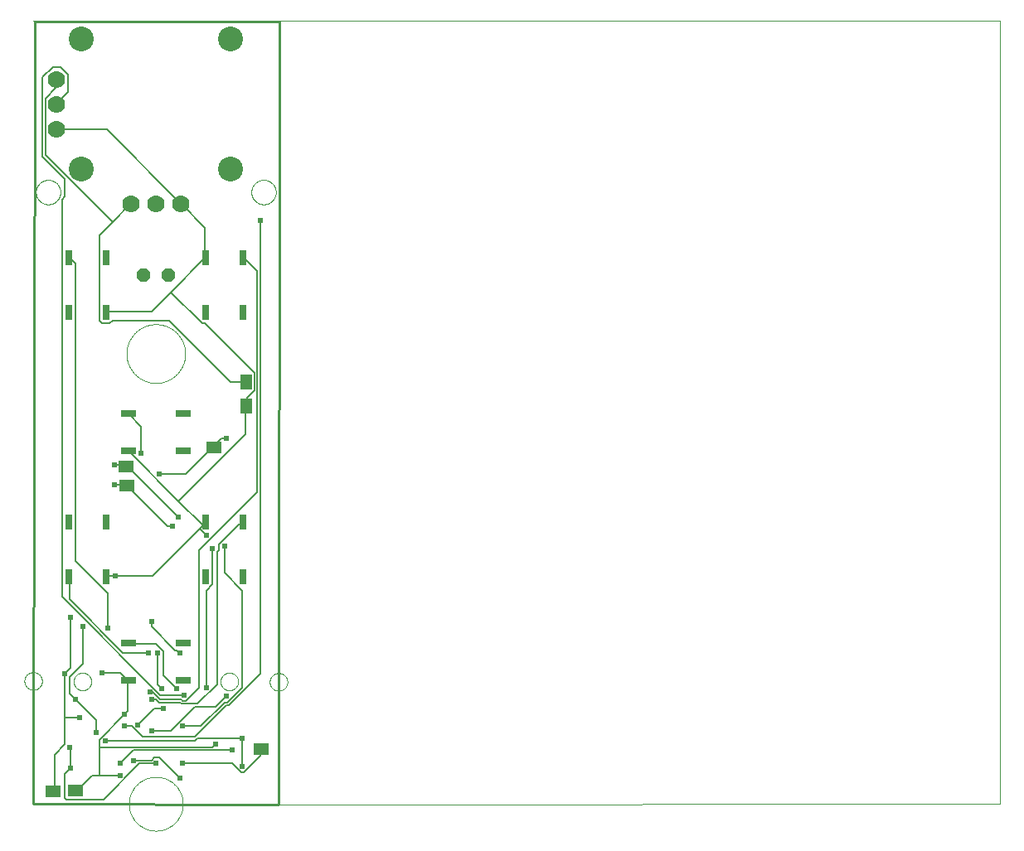
<source format=gtl>
G75*
%MOIN*%
%OFA0B0*%
%FSLAX25Y25*%
%IPPOS*%
%LPD*%
%AMOC8*
5,1,8,0,0,1.08239X$1,22.5*
%
%ADD10C,0.00000*%
%ADD11C,0.01000*%
%ADD12R,0.06000X0.05000*%
%ADD13R,0.03000X0.06000*%
%ADD14R,0.06000X0.03000*%
%ADD15OC8,0.05200*%
%ADD16R,0.05000X0.06000*%
%ADD17C,0.10000*%
%ADD18C,0.07000*%
%ADD19C,0.00600*%
%ADD20C,0.02400*%
D10*
X0049117Y0011927D02*
X0049120Y0012193D01*
X0049130Y0012458D01*
X0049146Y0012723D01*
X0049169Y0012988D01*
X0049198Y0013252D01*
X0049234Y0013516D01*
X0049276Y0013778D01*
X0049325Y0014039D01*
X0049380Y0014299D01*
X0049441Y0014558D01*
X0049509Y0014815D01*
X0049583Y0015070D01*
X0049663Y0015323D01*
X0049750Y0015575D01*
X0049842Y0015824D01*
X0049941Y0016070D01*
X0050046Y0016315D01*
X0050157Y0016556D01*
X0050273Y0016795D01*
X0050395Y0017031D01*
X0050524Y0017264D01*
X0050657Y0017493D01*
X0050797Y0017719D01*
X0050942Y0017942D01*
X0051092Y0018161D01*
X0051248Y0018377D01*
X0051409Y0018588D01*
X0051575Y0018796D01*
X0051746Y0018999D01*
X0051922Y0019198D01*
X0052103Y0019393D01*
X0052288Y0019583D01*
X0052478Y0019768D01*
X0052673Y0019949D01*
X0052872Y0020125D01*
X0053075Y0020296D01*
X0053283Y0020462D01*
X0053494Y0020623D01*
X0053710Y0020779D01*
X0053929Y0020929D01*
X0054152Y0021074D01*
X0054378Y0021214D01*
X0054607Y0021347D01*
X0054840Y0021476D01*
X0055076Y0021598D01*
X0055315Y0021714D01*
X0055556Y0021825D01*
X0055801Y0021930D01*
X0056047Y0022029D01*
X0056296Y0022121D01*
X0056548Y0022208D01*
X0056801Y0022288D01*
X0057056Y0022362D01*
X0057313Y0022430D01*
X0057572Y0022491D01*
X0057832Y0022546D01*
X0058093Y0022595D01*
X0058355Y0022637D01*
X0058619Y0022673D01*
X0058883Y0022702D01*
X0059148Y0022725D01*
X0059413Y0022741D01*
X0059678Y0022751D01*
X0059944Y0022754D01*
X0060210Y0022751D01*
X0060475Y0022741D01*
X0060740Y0022725D01*
X0061005Y0022702D01*
X0061269Y0022673D01*
X0061533Y0022637D01*
X0061795Y0022595D01*
X0062056Y0022546D01*
X0062316Y0022491D01*
X0062575Y0022430D01*
X0062832Y0022362D01*
X0063087Y0022288D01*
X0063340Y0022208D01*
X0063592Y0022121D01*
X0063841Y0022029D01*
X0064087Y0021930D01*
X0064332Y0021825D01*
X0064573Y0021714D01*
X0064812Y0021598D01*
X0065048Y0021476D01*
X0065281Y0021347D01*
X0065510Y0021214D01*
X0065736Y0021074D01*
X0065959Y0020929D01*
X0066178Y0020779D01*
X0066394Y0020623D01*
X0066605Y0020462D01*
X0066813Y0020296D01*
X0067016Y0020125D01*
X0067215Y0019949D01*
X0067410Y0019768D01*
X0067600Y0019583D01*
X0067785Y0019393D01*
X0067966Y0019198D01*
X0068142Y0018999D01*
X0068313Y0018796D01*
X0068479Y0018588D01*
X0068640Y0018377D01*
X0068796Y0018161D01*
X0068946Y0017942D01*
X0069091Y0017719D01*
X0069231Y0017493D01*
X0069364Y0017264D01*
X0069493Y0017031D01*
X0069615Y0016795D01*
X0069731Y0016556D01*
X0069842Y0016315D01*
X0069947Y0016070D01*
X0070046Y0015824D01*
X0070138Y0015575D01*
X0070225Y0015323D01*
X0070305Y0015070D01*
X0070379Y0014815D01*
X0070447Y0014558D01*
X0070508Y0014299D01*
X0070563Y0014039D01*
X0070612Y0013778D01*
X0070654Y0013516D01*
X0070690Y0013252D01*
X0070719Y0012988D01*
X0070742Y0012723D01*
X0070758Y0012458D01*
X0070768Y0012193D01*
X0070771Y0011927D01*
X0070768Y0011661D01*
X0070758Y0011396D01*
X0070742Y0011131D01*
X0070719Y0010866D01*
X0070690Y0010602D01*
X0070654Y0010338D01*
X0070612Y0010076D01*
X0070563Y0009815D01*
X0070508Y0009555D01*
X0070447Y0009296D01*
X0070379Y0009039D01*
X0070305Y0008784D01*
X0070225Y0008531D01*
X0070138Y0008279D01*
X0070046Y0008030D01*
X0069947Y0007784D01*
X0069842Y0007539D01*
X0069731Y0007298D01*
X0069615Y0007059D01*
X0069493Y0006823D01*
X0069364Y0006590D01*
X0069231Y0006361D01*
X0069091Y0006135D01*
X0068946Y0005912D01*
X0068796Y0005693D01*
X0068640Y0005477D01*
X0068479Y0005266D01*
X0068313Y0005058D01*
X0068142Y0004855D01*
X0067966Y0004656D01*
X0067785Y0004461D01*
X0067600Y0004271D01*
X0067410Y0004086D01*
X0067215Y0003905D01*
X0067016Y0003729D01*
X0066813Y0003558D01*
X0066605Y0003392D01*
X0066394Y0003231D01*
X0066178Y0003075D01*
X0065959Y0002925D01*
X0065736Y0002780D01*
X0065510Y0002640D01*
X0065281Y0002507D01*
X0065048Y0002378D01*
X0064812Y0002256D01*
X0064573Y0002140D01*
X0064332Y0002029D01*
X0064087Y0001924D01*
X0063841Y0001825D01*
X0063592Y0001733D01*
X0063340Y0001646D01*
X0063087Y0001566D01*
X0062832Y0001492D01*
X0062575Y0001424D01*
X0062316Y0001363D01*
X0062056Y0001308D01*
X0061795Y0001259D01*
X0061533Y0001217D01*
X0061269Y0001181D01*
X0061005Y0001152D01*
X0060740Y0001129D01*
X0060475Y0001113D01*
X0060210Y0001103D01*
X0059944Y0001100D01*
X0059678Y0001103D01*
X0059413Y0001113D01*
X0059148Y0001129D01*
X0058883Y0001152D01*
X0058619Y0001181D01*
X0058355Y0001217D01*
X0058093Y0001259D01*
X0057832Y0001308D01*
X0057572Y0001363D01*
X0057313Y0001424D01*
X0057056Y0001492D01*
X0056801Y0001566D01*
X0056548Y0001646D01*
X0056296Y0001733D01*
X0056047Y0001825D01*
X0055801Y0001924D01*
X0055556Y0002029D01*
X0055315Y0002140D01*
X0055076Y0002256D01*
X0054840Y0002378D01*
X0054607Y0002507D01*
X0054378Y0002640D01*
X0054152Y0002780D01*
X0053929Y0002925D01*
X0053710Y0003075D01*
X0053494Y0003231D01*
X0053283Y0003392D01*
X0053075Y0003558D01*
X0052872Y0003729D01*
X0052673Y0003905D01*
X0052478Y0004086D01*
X0052288Y0004271D01*
X0052103Y0004461D01*
X0051922Y0004656D01*
X0051746Y0004855D01*
X0051575Y0005058D01*
X0051409Y0005266D01*
X0051248Y0005477D01*
X0051092Y0005693D01*
X0050942Y0005912D01*
X0050797Y0006135D01*
X0050657Y0006361D01*
X0050524Y0006590D01*
X0050395Y0006823D01*
X0050273Y0007059D01*
X0050157Y0007298D01*
X0050046Y0007539D01*
X0049941Y0007784D01*
X0049842Y0008030D01*
X0049750Y0008279D01*
X0049663Y0008531D01*
X0049583Y0008784D01*
X0049509Y0009039D01*
X0049441Y0009296D01*
X0049380Y0009555D01*
X0049325Y0009815D01*
X0049276Y0010076D01*
X0049234Y0010338D01*
X0049198Y0010602D01*
X0049169Y0010866D01*
X0049146Y0011131D01*
X0049130Y0011396D01*
X0049120Y0011661D01*
X0049117Y0011927D01*
X0026874Y0061139D02*
X0026876Y0061257D01*
X0026882Y0061376D01*
X0026892Y0061494D01*
X0026906Y0061611D01*
X0026923Y0061728D01*
X0026945Y0061845D01*
X0026971Y0061960D01*
X0027000Y0062075D01*
X0027033Y0062189D01*
X0027070Y0062301D01*
X0027111Y0062412D01*
X0027155Y0062522D01*
X0027203Y0062630D01*
X0027255Y0062737D01*
X0027310Y0062842D01*
X0027369Y0062945D01*
X0027431Y0063045D01*
X0027496Y0063144D01*
X0027565Y0063241D01*
X0027636Y0063335D01*
X0027711Y0063426D01*
X0027789Y0063516D01*
X0027870Y0063602D01*
X0027954Y0063686D01*
X0028040Y0063767D01*
X0028130Y0063845D01*
X0028221Y0063920D01*
X0028315Y0063991D01*
X0028412Y0064060D01*
X0028511Y0064125D01*
X0028611Y0064187D01*
X0028714Y0064246D01*
X0028819Y0064301D01*
X0028926Y0064353D01*
X0029034Y0064401D01*
X0029144Y0064445D01*
X0029255Y0064486D01*
X0029367Y0064523D01*
X0029481Y0064556D01*
X0029596Y0064585D01*
X0029711Y0064611D01*
X0029828Y0064633D01*
X0029945Y0064650D01*
X0030062Y0064664D01*
X0030180Y0064674D01*
X0030299Y0064680D01*
X0030417Y0064682D01*
X0030535Y0064680D01*
X0030654Y0064674D01*
X0030772Y0064664D01*
X0030889Y0064650D01*
X0031006Y0064633D01*
X0031123Y0064611D01*
X0031238Y0064585D01*
X0031353Y0064556D01*
X0031467Y0064523D01*
X0031579Y0064486D01*
X0031690Y0064445D01*
X0031800Y0064401D01*
X0031908Y0064353D01*
X0032015Y0064301D01*
X0032120Y0064246D01*
X0032223Y0064187D01*
X0032323Y0064125D01*
X0032422Y0064060D01*
X0032519Y0063991D01*
X0032613Y0063920D01*
X0032704Y0063845D01*
X0032794Y0063767D01*
X0032880Y0063686D01*
X0032964Y0063602D01*
X0033045Y0063516D01*
X0033123Y0063426D01*
X0033198Y0063335D01*
X0033269Y0063241D01*
X0033338Y0063144D01*
X0033403Y0063045D01*
X0033465Y0062945D01*
X0033524Y0062842D01*
X0033579Y0062737D01*
X0033631Y0062630D01*
X0033679Y0062522D01*
X0033723Y0062412D01*
X0033764Y0062301D01*
X0033801Y0062189D01*
X0033834Y0062075D01*
X0033863Y0061960D01*
X0033889Y0061845D01*
X0033911Y0061728D01*
X0033928Y0061611D01*
X0033942Y0061494D01*
X0033952Y0061376D01*
X0033958Y0061257D01*
X0033960Y0061139D01*
X0033958Y0061021D01*
X0033952Y0060902D01*
X0033942Y0060784D01*
X0033928Y0060667D01*
X0033911Y0060550D01*
X0033889Y0060433D01*
X0033863Y0060318D01*
X0033834Y0060203D01*
X0033801Y0060089D01*
X0033764Y0059977D01*
X0033723Y0059866D01*
X0033679Y0059756D01*
X0033631Y0059648D01*
X0033579Y0059541D01*
X0033524Y0059436D01*
X0033465Y0059333D01*
X0033403Y0059233D01*
X0033338Y0059134D01*
X0033269Y0059037D01*
X0033198Y0058943D01*
X0033123Y0058852D01*
X0033045Y0058762D01*
X0032964Y0058676D01*
X0032880Y0058592D01*
X0032794Y0058511D01*
X0032704Y0058433D01*
X0032613Y0058358D01*
X0032519Y0058287D01*
X0032422Y0058218D01*
X0032323Y0058153D01*
X0032223Y0058091D01*
X0032120Y0058032D01*
X0032015Y0057977D01*
X0031908Y0057925D01*
X0031800Y0057877D01*
X0031690Y0057833D01*
X0031579Y0057792D01*
X0031467Y0057755D01*
X0031353Y0057722D01*
X0031238Y0057693D01*
X0031123Y0057667D01*
X0031006Y0057645D01*
X0030889Y0057628D01*
X0030772Y0057614D01*
X0030654Y0057604D01*
X0030535Y0057598D01*
X0030417Y0057596D01*
X0030299Y0057598D01*
X0030180Y0057604D01*
X0030062Y0057614D01*
X0029945Y0057628D01*
X0029828Y0057645D01*
X0029711Y0057667D01*
X0029596Y0057693D01*
X0029481Y0057722D01*
X0029367Y0057755D01*
X0029255Y0057792D01*
X0029144Y0057833D01*
X0029034Y0057877D01*
X0028926Y0057925D01*
X0028819Y0057977D01*
X0028714Y0058032D01*
X0028611Y0058091D01*
X0028511Y0058153D01*
X0028412Y0058218D01*
X0028315Y0058287D01*
X0028221Y0058358D01*
X0028130Y0058433D01*
X0028040Y0058511D01*
X0027954Y0058592D01*
X0027870Y0058676D01*
X0027789Y0058762D01*
X0027711Y0058852D01*
X0027636Y0058943D01*
X0027565Y0059037D01*
X0027496Y0059134D01*
X0027431Y0059233D01*
X0027369Y0059333D01*
X0027310Y0059436D01*
X0027255Y0059541D01*
X0027203Y0059648D01*
X0027155Y0059756D01*
X0027111Y0059866D01*
X0027070Y0059977D01*
X0027033Y0060089D01*
X0027000Y0060203D01*
X0026971Y0060318D01*
X0026945Y0060433D01*
X0026923Y0060550D01*
X0026906Y0060667D01*
X0026892Y0060784D01*
X0026882Y0060902D01*
X0026876Y0061021D01*
X0026874Y0061139D01*
X0007081Y0061321D02*
X0007083Y0061439D01*
X0007089Y0061558D01*
X0007099Y0061676D01*
X0007113Y0061793D01*
X0007130Y0061910D01*
X0007152Y0062027D01*
X0007178Y0062142D01*
X0007207Y0062257D01*
X0007240Y0062371D01*
X0007277Y0062483D01*
X0007318Y0062594D01*
X0007362Y0062704D01*
X0007410Y0062812D01*
X0007462Y0062919D01*
X0007517Y0063024D01*
X0007576Y0063127D01*
X0007638Y0063227D01*
X0007703Y0063326D01*
X0007772Y0063423D01*
X0007843Y0063517D01*
X0007918Y0063608D01*
X0007996Y0063698D01*
X0008077Y0063784D01*
X0008161Y0063868D01*
X0008247Y0063949D01*
X0008337Y0064027D01*
X0008428Y0064102D01*
X0008522Y0064173D01*
X0008619Y0064242D01*
X0008718Y0064307D01*
X0008818Y0064369D01*
X0008921Y0064428D01*
X0009026Y0064483D01*
X0009133Y0064535D01*
X0009241Y0064583D01*
X0009351Y0064627D01*
X0009462Y0064668D01*
X0009574Y0064705D01*
X0009688Y0064738D01*
X0009803Y0064767D01*
X0009918Y0064793D01*
X0010035Y0064815D01*
X0010152Y0064832D01*
X0010269Y0064846D01*
X0010387Y0064856D01*
X0010506Y0064862D01*
X0010624Y0064864D01*
X0010742Y0064862D01*
X0010861Y0064856D01*
X0010979Y0064846D01*
X0011096Y0064832D01*
X0011213Y0064815D01*
X0011330Y0064793D01*
X0011445Y0064767D01*
X0011560Y0064738D01*
X0011674Y0064705D01*
X0011786Y0064668D01*
X0011897Y0064627D01*
X0012007Y0064583D01*
X0012115Y0064535D01*
X0012222Y0064483D01*
X0012327Y0064428D01*
X0012430Y0064369D01*
X0012530Y0064307D01*
X0012629Y0064242D01*
X0012726Y0064173D01*
X0012820Y0064102D01*
X0012911Y0064027D01*
X0013001Y0063949D01*
X0013087Y0063868D01*
X0013171Y0063784D01*
X0013252Y0063698D01*
X0013330Y0063608D01*
X0013405Y0063517D01*
X0013476Y0063423D01*
X0013545Y0063326D01*
X0013610Y0063227D01*
X0013672Y0063127D01*
X0013731Y0063024D01*
X0013786Y0062919D01*
X0013838Y0062812D01*
X0013886Y0062704D01*
X0013930Y0062594D01*
X0013971Y0062483D01*
X0014008Y0062371D01*
X0014041Y0062257D01*
X0014070Y0062142D01*
X0014096Y0062027D01*
X0014118Y0061910D01*
X0014135Y0061793D01*
X0014149Y0061676D01*
X0014159Y0061558D01*
X0014165Y0061439D01*
X0014167Y0061321D01*
X0014165Y0061203D01*
X0014159Y0061084D01*
X0014149Y0060966D01*
X0014135Y0060849D01*
X0014118Y0060732D01*
X0014096Y0060615D01*
X0014070Y0060500D01*
X0014041Y0060385D01*
X0014008Y0060271D01*
X0013971Y0060159D01*
X0013930Y0060048D01*
X0013886Y0059938D01*
X0013838Y0059830D01*
X0013786Y0059723D01*
X0013731Y0059618D01*
X0013672Y0059515D01*
X0013610Y0059415D01*
X0013545Y0059316D01*
X0013476Y0059219D01*
X0013405Y0059125D01*
X0013330Y0059034D01*
X0013252Y0058944D01*
X0013171Y0058858D01*
X0013087Y0058774D01*
X0013001Y0058693D01*
X0012911Y0058615D01*
X0012820Y0058540D01*
X0012726Y0058469D01*
X0012629Y0058400D01*
X0012530Y0058335D01*
X0012430Y0058273D01*
X0012327Y0058214D01*
X0012222Y0058159D01*
X0012115Y0058107D01*
X0012007Y0058059D01*
X0011897Y0058015D01*
X0011786Y0057974D01*
X0011674Y0057937D01*
X0011560Y0057904D01*
X0011445Y0057875D01*
X0011330Y0057849D01*
X0011213Y0057827D01*
X0011096Y0057810D01*
X0010979Y0057796D01*
X0010861Y0057786D01*
X0010742Y0057780D01*
X0010624Y0057778D01*
X0010506Y0057780D01*
X0010387Y0057786D01*
X0010269Y0057796D01*
X0010152Y0057810D01*
X0010035Y0057827D01*
X0009918Y0057849D01*
X0009803Y0057875D01*
X0009688Y0057904D01*
X0009574Y0057937D01*
X0009462Y0057974D01*
X0009351Y0058015D01*
X0009241Y0058059D01*
X0009133Y0058107D01*
X0009026Y0058159D01*
X0008921Y0058214D01*
X0008818Y0058273D01*
X0008718Y0058335D01*
X0008619Y0058400D01*
X0008522Y0058469D01*
X0008428Y0058540D01*
X0008337Y0058615D01*
X0008247Y0058693D01*
X0008161Y0058774D01*
X0008077Y0058858D01*
X0007996Y0058944D01*
X0007918Y0059034D01*
X0007843Y0059125D01*
X0007772Y0059219D01*
X0007703Y0059316D01*
X0007638Y0059415D01*
X0007576Y0059515D01*
X0007517Y0059618D01*
X0007462Y0059723D01*
X0007410Y0059830D01*
X0007362Y0059938D01*
X0007318Y0060048D01*
X0007277Y0060159D01*
X0007240Y0060271D01*
X0007207Y0060385D01*
X0007178Y0060500D01*
X0007152Y0060615D01*
X0007130Y0060732D01*
X0007113Y0060849D01*
X0007099Y0060966D01*
X0007089Y0061084D01*
X0007083Y0061203D01*
X0007081Y0061321D01*
X0085929Y0061139D02*
X0085931Y0061257D01*
X0085937Y0061376D01*
X0085947Y0061494D01*
X0085961Y0061611D01*
X0085978Y0061728D01*
X0086000Y0061845D01*
X0086026Y0061960D01*
X0086055Y0062075D01*
X0086088Y0062189D01*
X0086125Y0062301D01*
X0086166Y0062412D01*
X0086210Y0062522D01*
X0086258Y0062630D01*
X0086310Y0062737D01*
X0086365Y0062842D01*
X0086424Y0062945D01*
X0086486Y0063045D01*
X0086551Y0063144D01*
X0086620Y0063241D01*
X0086691Y0063335D01*
X0086766Y0063426D01*
X0086844Y0063516D01*
X0086925Y0063602D01*
X0087009Y0063686D01*
X0087095Y0063767D01*
X0087185Y0063845D01*
X0087276Y0063920D01*
X0087370Y0063991D01*
X0087467Y0064060D01*
X0087566Y0064125D01*
X0087666Y0064187D01*
X0087769Y0064246D01*
X0087874Y0064301D01*
X0087981Y0064353D01*
X0088089Y0064401D01*
X0088199Y0064445D01*
X0088310Y0064486D01*
X0088422Y0064523D01*
X0088536Y0064556D01*
X0088651Y0064585D01*
X0088766Y0064611D01*
X0088883Y0064633D01*
X0089000Y0064650D01*
X0089117Y0064664D01*
X0089235Y0064674D01*
X0089354Y0064680D01*
X0089472Y0064682D01*
X0089590Y0064680D01*
X0089709Y0064674D01*
X0089827Y0064664D01*
X0089944Y0064650D01*
X0090061Y0064633D01*
X0090178Y0064611D01*
X0090293Y0064585D01*
X0090408Y0064556D01*
X0090522Y0064523D01*
X0090634Y0064486D01*
X0090745Y0064445D01*
X0090855Y0064401D01*
X0090963Y0064353D01*
X0091070Y0064301D01*
X0091175Y0064246D01*
X0091278Y0064187D01*
X0091378Y0064125D01*
X0091477Y0064060D01*
X0091574Y0063991D01*
X0091668Y0063920D01*
X0091759Y0063845D01*
X0091849Y0063767D01*
X0091935Y0063686D01*
X0092019Y0063602D01*
X0092100Y0063516D01*
X0092178Y0063426D01*
X0092253Y0063335D01*
X0092324Y0063241D01*
X0092393Y0063144D01*
X0092458Y0063045D01*
X0092520Y0062945D01*
X0092579Y0062842D01*
X0092634Y0062737D01*
X0092686Y0062630D01*
X0092734Y0062522D01*
X0092778Y0062412D01*
X0092819Y0062301D01*
X0092856Y0062189D01*
X0092889Y0062075D01*
X0092918Y0061960D01*
X0092944Y0061845D01*
X0092966Y0061728D01*
X0092983Y0061611D01*
X0092997Y0061494D01*
X0093007Y0061376D01*
X0093013Y0061257D01*
X0093015Y0061139D01*
X0093013Y0061021D01*
X0093007Y0060902D01*
X0092997Y0060784D01*
X0092983Y0060667D01*
X0092966Y0060550D01*
X0092944Y0060433D01*
X0092918Y0060318D01*
X0092889Y0060203D01*
X0092856Y0060089D01*
X0092819Y0059977D01*
X0092778Y0059866D01*
X0092734Y0059756D01*
X0092686Y0059648D01*
X0092634Y0059541D01*
X0092579Y0059436D01*
X0092520Y0059333D01*
X0092458Y0059233D01*
X0092393Y0059134D01*
X0092324Y0059037D01*
X0092253Y0058943D01*
X0092178Y0058852D01*
X0092100Y0058762D01*
X0092019Y0058676D01*
X0091935Y0058592D01*
X0091849Y0058511D01*
X0091759Y0058433D01*
X0091668Y0058358D01*
X0091574Y0058287D01*
X0091477Y0058218D01*
X0091378Y0058153D01*
X0091278Y0058091D01*
X0091175Y0058032D01*
X0091070Y0057977D01*
X0090963Y0057925D01*
X0090855Y0057877D01*
X0090745Y0057833D01*
X0090634Y0057792D01*
X0090522Y0057755D01*
X0090408Y0057722D01*
X0090293Y0057693D01*
X0090178Y0057667D01*
X0090061Y0057645D01*
X0089944Y0057628D01*
X0089827Y0057614D01*
X0089709Y0057604D01*
X0089590Y0057598D01*
X0089472Y0057596D01*
X0089354Y0057598D01*
X0089235Y0057604D01*
X0089117Y0057614D01*
X0089000Y0057628D01*
X0088883Y0057645D01*
X0088766Y0057667D01*
X0088651Y0057693D01*
X0088536Y0057722D01*
X0088422Y0057755D01*
X0088310Y0057792D01*
X0088199Y0057833D01*
X0088089Y0057877D01*
X0087981Y0057925D01*
X0087874Y0057977D01*
X0087769Y0058032D01*
X0087666Y0058091D01*
X0087566Y0058153D01*
X0087467Y0058218D01*
X0087370Y0058287D01*
X0087276Y0058358D01*
X0087185Y0058433D01*
X0087095Y0058511D01*
X0087009Y0058592D01*
X0086925Y0058676D01*
X0086844Y0058762D01*
X0086766Y0058852D01*
X0086691Y0058943D01*
X0086620Y0059037D01*
X0086551Y0059134D01*
X0086486Y0059233D01*
X0086424Y0059333D01*
X0086365Y0059436D01*
X0086310Y0059541D01*
X0086258Y0059648D01*
X0086210Y0059756D01*
X0086166Y0059866D01*
X0086125Y0059977D01*
X0086088Y0060089D01*
X0086055Y0060203D01*
X0086026Y0060318D01*
X0086000Y0060433D01*
X0085978Y0060550D01*
X0085961Y0060667D01*
X0085947Y0060784D01*
X0085937Y0060902D01*
X0085931Y0061021D01*
X0085929Y0061139D01*
X0105721Y0060958D02*
X0105723Y0061076D01*
X0105729Y0061195D01*
X0105739Y0061313D01*
X0105753Y0061430D01*
X0105770Y0061547D01*
X0105792Y0061664D01*
X0105818Y0061779D01*
X0105847Y0061894D01*
X0105880Y0062008D01*
X0105917Y0062120D01*
X0105958Y0062231D01*
X0106002Y0062341D01*
X0106050Y0062449D01*
X0106102Y0062556D01*
X0106157Y0062661D01*
X0106216Y0062764D01*
X0106278Y0062864D01*
X0106343Y0062963D01*
X0106412Y0063060D01*
X0106483Y0063154D01*
X0106558Y0063245D01*
X0106636Y0063335D01*
X0106717Y0063421D01*
X0106801Y0063505D01*
X0106887Y0063586D01*
X0106977Y0063664D01*
X0107068Y0063739D01*
X0107162Y0063810D01*
X0107259Y0063879D01*
X0107358Y0063944D01*
X0107458Y0064006D01*
X0107561Y0064065D01*
X0107666Y0064120D01*
X0107773Y0064172D01*
X0107881Y0064220D01*
X0107991Y0064264D01*
X0108102Y0064305D01*
X0108214Y0064342D01*
X0108328Y0064375D01*
X0108443Y0064404D01*
X0108558Y0064430D01*
X0108675Y0064452D01*
X0108792Y0064469D01*
X0108909Y0064483D01*
X0109027Y0064493D01*
X0109146Y0064499D01*
X0109264Y0064501D01*
X0109382Y0064499D01*
X0109501Y0064493D01*
X0109619Y0064483D01*
X0109736Y0064469D01*
X0109853Y0064452D01*
X0109970Y0064430D01*
X0110085Y0064404D01*
X0110200Y0064375D01*
X0110314Y0064342D01*
X0110426Y0064305D01*
X0110537Y0064264D01*
X0110647Y0064220D01*
X0110755Y0064172D01*
X0110862Y0064120D01*
X0110967Y0064065D01*
X0111070Y0064006D01*
X0111170Y0063944D01*
X0111269Y0063879D01*
X0111366Y0063810D01*
X0111460Y0063739D01*
X0111551Y0063664D01*
X0111641Y0063586D01*
X0111727Y0063505D01*
X0111811Y0063421D01*
X0111892Y0063335D01*
X0111970Y0063245D01*
X0112045Y0063154D01*
X0112116Y0063060D01*
X0112185Y0062963D01*
X0112250Y0062864D01*
X0112312Y0062764D01*
X0112371Y0062661D01*
X0112426Y0062556D01*
X0112478Y0062449D01*
X0112526Y0062341D01*
X0112570Y0062231D01*
X0112611Y0062120D01*
X0112648Y0062008D01*
X0112681Y0061894D01*
X0112710Y0061779D01*
X0112736Y0061664D01*
X0112758Y0061547D01*
X0112775Y0061430D01*
X0112789Y0061313D01*
X0112799Y0061195D01*
X0112805Y0061076D01*
X0112807Y0060958D01*
X0112805Y0060840D01*
X0112799Y0060721D01*
X0112789Y0060603D01*
X0112775Y0060486D01*
X0112758Y0060369D01*
X0112736Y0060252D01*
X0112710Y0060137D01*
X0112681Y0060022D01*
X0112648Y0059908D01*
X0112611Y0059796D01*
X0112570Y0059685D01*
X0112526Y0059575D01*
X0112478Y0059467D01*
X0112426Y0059360D01*
X0112371Y0059255D01*
X0112312Y0059152D01*
X0112250Y0059052D01*
X0112185Y0058953D01*
X0112116Y0058856D01*
X0112045Y0058762D01*
X0111970Y0058671D01*
X0111892Y0058581D01*
X0111811Y0058495D01*
X0111727Y0058411D01*
X0111641Y0058330D01*
X0111551Y0058252D01*
X0111460Y0058177D01*
X0111366Y0058106D01*
X0111269Y0058037D01*
X0111170Y0057972D01*
X0111070Y0057910D01*
X0110967Y0057851D01*
X0110862Y0057796D01*
X0110755Y0057744D01*
X0110647Y0057696D01*
X0110537Y0057652D01*
X0110426Y0057611D01*
X0110314Y0057574D01*
X0110200Y0057541D01*
X0110085Y0057512D01*
X0109970Y0057486D01*
X0109853Y0057464D01*
X0109736Y0057447D01*
X0109619Y0057433D01*
X0109501Y0057423D01*
X0109382Y0057417D01*
X0109264Y0057415D01*
X0109146Y0057417D01*
X0109027Y0057423D01*
X0108909Y0057433D01*
X0108792Y0057447D01*
X0108675Y0057464D01*
X0108558Y0057486D01*
X0108443Y0057512D01*
X0108328Y0057541D01*
X0108214Y0057574D01*
X0108102Y0057611D01*
X0107991Y0057652D01*
X0107881Y0057696D01*
X0107773Y0057744D01*
X0107666Y0057796D01*
X0107561Y0057851D01*
X0107458Y0057910D01*
X0107358Y0057972D01*
X0107259Y0058037D01*
X0107162Y0058106D01*
X0107068Y0058177D01*
X0106977Y0058252D01*
X0106887Y0058330D01*
X0106801Y0058411D01*
X0106717Y0058495D01*
X0106636Y0058581D01*
X0106558Y0058671D01*
X0106483Y0058762D01*
X0106412Y0058856D01*
X0106343Y0058953D01*
X0106278Y0059052D01*
X0106216Y0059152D01*
X0106157Y0059255D01*
X0106102Y0059360D01*
X0106050Y0059467D01*
X0106002Y0059575D01*
X0105958Y0059685D01*
X0105917Y0059796D01*
X0105880Y0059908D01*
X0105847Y0060022D01*
X0105818Y0060137D01*
X0105792Y0060252D01*
X0105770Y0060369D01*
X0105753Y0060486D01*
X0105739Y0060603D01*
X0105729Y0060721D01*
X0105723Y0060840D01*
X0105721Y0060958D01*
X0109159Y0011688D02*
X0399226Y0011927D01*
X0399226Y0326887D01*
X0010525Y0326887D01*
X0011118Y0326690D01*
X0011716Y0257990D02*
X0011718Y0258130D01*
X0011724Y0258270D01*
X0011734Y0258409D01*
X0011748Y0258548D01*
X0011766Y0258687D01*
X0011787Y0258825D01*
X0011813Y0258963D01*
X0011843Y0259100D01*
X0011876Y0259235D01*
X0011914Y0259370D01*
X0011955Y0259504D01*
X0012000Y0259637D01*
X0012048Y0259768D01*
X0012101Y0259897D01*
X0012157Y0260026D01*
X0012216Y0260152D01*
X0012280Y0260277D01*
X0012346Y0260400D01*
X0012417Y0260521D01*
X0012490Y0260640D01*
X0012567Y0260757D01*
X0012648Y0260871D01*
X0012731Y0260983D01*
X0012818Y0261093D01*
X0012908Y0261201D01*
X0013000Y0261305D01*
X0013096Y0261407D01*
X0013195Y0261507D01*
X0013296Y0261603D01*
X0013400Y0261697D01*
X0013507Y0261787D01*
X0013616Y0261874D01*
X0013728Y0261959D01*
X0013842Y0262040D01*
X0013958Y0262118D01*
X0014076Y0262192D01*
X0014197Y0262263D01*
X0014319Y0262331D01*
X0014444Y0262395D01*
X0014570Y0262456D01*
X0014697Y0262513D01*
X0014827Y0262566D01*
X0014958Y0262616D01*
X0015090Y0262661D01*
X0015223Y0262704D01*
X0015358Y0262742D01*
X0015493Y0262776D01*
X0015630Y0262807D01*
X0015767Y0262834D01*
X0015905Y0262856D01*
X0016044Y0262875D01*
X0016183Y0262890D01*
X0016322Y0262901D01*
X0016462Y0262908D01*
X0016602Y0262911D01*
X0016742Y0262910D01*
X0016882Y0262905D01*
X0017021Y0262896D01*
X0017161Y0262883D01*
X0017300Y0262866D01*
X0017438Y0262845D01*
X0017576Y0262821D01*
X0017713Y0262792D01*
X0017849Y0262760D01*
X0017984Y0262723D01*
X0018118Y0262683D01*
X0018251Y0262639D01*
X0018382Y0262591D01*
X0018512Y0262540D01*
X0018641Y0262485D01*
X0018768Y0262426D01*
X0018893Y0262363D01*
X0019016Y0262298D01*
X0019138Y0262228D01*
X0019257Y0262155D01*
X0019375Y0262079D01*
X0019490Y0262000D01*
X0019603Y0261917D01*
X0019713Y0261831D01*
X0019821Y0261742D01*
X0019926Y0261650D01*
X0020029Y0261555D01*
X0020129Y0261457D01*
X0020226Y0261357D01*
X0020320Y0261253D01*
X0020412Y0261147D01*
X0020500Y0261039D01*
X0020585Y0260928D01*
X0020667Y0260814D01*
X0020746Y0260698D01*
X0020821Y0260581D01*
X0020893Y0260461D01*
X0020961Y0260339D01*
X0021026Y0260215D01*
X0021088Y0260089D01*
X0021146Y0259962D01*
X0021200Y0259833D01*
X0021251Y0259702D01*
X0021297Y0259570D01*
X0021340Y0259437D01*
X0021380Y0259303D01*
X0021415Y0259168D01*
X0021447Y0259031D01*
X0021474Y0258894D01*
X0021498Y0258756D01*
X0021518Y0258618D01*
X0021534Y0258479D01*
X0021546Y0258339D01*
X0021554Y0258200D01*
X0021558Y0258060D01*
X0021558Y0257920D01*
X0021554Y0257780D01*
X0021546Y0257641D01*
X0021534Y0257501D01*
X0021518Y0257362D01*
X0021498Y0257224D01*
X0021474Y0257086D01*
X0021447Y0256949D01*
X0021415Y0256812D01*
X0021380Y0256677D01*
X0021340Y0256543D01*
X0021297Y0256410D01*
X0021251Y0256278D01*
X0021200Y0256147D01*
X0021146Y0256018D01*
X0021088Y0255891D01*
X0021026Y0255765D01*
X0020961Y0255641D01*
X0020893Y0255519D01*
X0020821Y0255399D01*
X0020746Y0255282D01*
X0020667Y0255166D01*
X0020585Y0255052D01*
X0020500Y0254941D01*
X0020412Y0254833D01*
X0020320Y0254727D01*
X0020226Y0254623D01*
X0020129Y0254523D01*
X0020029Y0254425D01*
X0019926Y0254330D01*
X0019821Y0254238D01*
X0019713Y0254149D01*
X0019603Y0254063D01*
X0019490Y0253980D01*
X0019375Y0253901D01*
X0019257Y0253825D01*
X0019138Y0253752D01*
X0019016Y0253682D01*
X0018893Y0253617D01*
X0018768Y0253554D01*
X0018641Y0253495D01*
X0018512Y0253440D01*
X0018382Y0253389D01*
X0018251Y0253341D01*
X0018118Y0253297D01*
X0017984Y0253257D01*
X0017849Y0253220D01*
X0017713Y0253188D01*
X0017576Y0253159D01*
X0017438Y0253135D01*
X0017300Y0253114D01*
X0017161Y0253097D01*
X0017021Y0253084D01*
X0016882Y0253075D01*
X0016742Y0253070D01*
X0016602Y0253069D01*
X0016462Y0253072D01*
X0016322Y0253079D01*
X0016183Y0253090D01*
X0016044Y0253105D01*
X0015905Y0253124D01*
X0015767Y0253146D01*
X0015630Y0253173D01*
X0015493Y0253204D01*
X0015358Y0253238D01*
X0015223Y0253276D01*
X0015090Y0253319D01*
X0014958Y0253364D01*
X0014827Y0253414D01*
X0014697Y0253467D01*
X0014570Y0253524D01*
X0014444Y0253585D01*
X0014319Y0253649D01*
X0014197Y0253717D01*
X0014076Y0253788D01*
X0013958Y0253862D01*
X0013842Y0253940D01*
X0013728Y0254021D01*
X0013616Y0254106D01*
X0013507Y0254193D01*
X0013400Y0254283D01*
X0013296Y0254377D01*
X0013195Y0254473D01*
X0013096Y0254573D01*
X0013000Y0254675D01*
X0012908Y0254779D01*
X0012818Y0254887D01*
X0012731Y0254997D01*
X0012648Y0255109D01*
X0012567Y0255223D01*
X0012490Y0255340D01*
X0012417Y0255459D01*
X0012346Y0255580D01*
X0012280Y0255703D01*
X0012216Y0255828D01*
X0012157Y0255954D01*
X0012101Y0256083D01*
X0012048Y0256212D01*
X0012000Y0256343D01*
X0011955Y0256476D01*
X0011914Y0256610D01*
X0011876Y0256745D01*
X0011843Y0256880D01*
X0011813Y0257017D01*
X0011787Y0257155D01*
X0011766Y0257293D01*
X0011748Y0257432D01*
X0011734Y0257571D01*
X0011724Y0257710D01*
X0011718Y0257850D01*
X0011716Y0257990D01*
X0048133Y0193029D02*
X0048137Y0193319D01*
X0048147Y0193609D01*
X0048165Y0193898D01*
X0048190Y0194187D01*
X0048222Y0194475D01*
X0048261Y0194762D01*
X0048307Y0195048D01*
X0048360Y0195333D01*
X0048420Y0195617D01*
X0048487Y0195899D01*
X0048561Y0196179D01*
X0048642Y0196458D01*
X0048729Y0196734D01*
X0048823Y0197008D01*
X0048924Y0197280D01*
X0049032Y0197549D01*
X0049146Y0197815D01*
X0049267Y0198079D01*
X0049394Y0198339D01*
X0049528Y0198597D01*
X0049667Y0198851D01*
X0049813Y0199101D01*
X0049965Y0199348D01*
X0050124Y0199591D01*
X0050288Y0199830D01*
X0050457Y0200065D01*
X0050633Y0200296D01*
X0050814Y0200522D01*
X0051001Y0200744D01*
X0051193Y0200961D01*
X0051390Y0201173D01*
X0051592Y0201381D01*
X0051800Y0201583D01*
X0052012Y0201780D01*
X0052229Y0201972D01*
X0052451Y0202159D01*
X0052677Y0202340D01*
X0052908Y0202516D01*
X0053143Y0202685D01*
X0053382Y0202849D01*
X0053625Y0203008D01*
X0053872Y0203160D01*
X0054122Y0203306D01*
X0054376Y0203445D01*
X0054634Y0203579D01*
X0054894Y0203706D01*
X0055158Y0203827D01*
X0055424Y0203941D01*
X0055693Y0204049D01*
X0055965Y0204150D01*
X0056239Y0204244D01*
X0056515Y0204331D01*
X0056794Y0204412D01*
X0057074Y0204486D01*
X0057356Y0204553D01*
X0057640Y0204613D01*
X0057925Y0204666D01*
X0058211Y0204712D01*
X0058498Y0204751D01*
X0058786Y0204783D01*
X0059075Y0204808D01*
X0059364Y0204826D01*
X0059654Y0204836D01*
X0059944Y0204840D01*
X0060234Y0204836D01*
X0060524Y0204826D01*
X0060813Y0204808D01*
X0061102Y0204783D01*
X0061390Y0204751D01*
X0061677Y0204712D01*
X0061963Y0204666D01*
X0062248Y0204613D01*
X0062532Y0204553D01*
X0062814Y0204486D01*
X0063094Y0204412D01*
X0063373Y0204331D01*
X0063649Y0204244D01*
X0063923Y0204150D01*
X0064195Y0204049D01*
X0064464Y0203941D01*
X0064730Y0203827D01*
X0064994Y0203706D01*
X0065254Y0203579D01*
X0065512Y0203445D01*
X0065766Y0203306D01*
X0066016Y0203160D01*
X0066263Y0203008D01*
X0066506Y0202849D01*
X0066745Y0202685D01*
X0066980Y0202516D01*
X0067211Y0202340D01*
X0067437Y0202159D01*
X0067659Y0201972D01*
X0067876Y0201780D01*
X0068088Y0201583D01*
X0068296Y0201381D01*
X0068498Y0201173D01*
X0068695Y0200961D01*
X0068887Y0200744D01*
X0069074Y0200522D01*
X0069255Y0200296D01*
X0069431Y0200065D01*
X0069600Y0199830D01*
X0069764Y0199591D01*
X0069923Y0199348D01*
X0070075Y0199101D01*
X0070221Y0198851D01*
X0070360Y0198597D01*
X0070494Y0198339D01*
X0070621Y0198079D01*
X0070742Y0197815D01*
X0070856Y0197549D01*
X0070964Y0197280D01*
X0071065Y0197008D01*
X0071159Y0196734D01*
X0071246Y0196458D01*
X0071327Y0196179D01*
X0071401Y0195899D01*
X0071468Y0195617D01*
X0071528Y0195333D01*
X0071581Y0195048D01*
X0071627Y0194762D01*
X0071666Y0194475D01*
X0071698Y0194187D01*
X0071723Y0193898D01*
X0071741Y0193609D01*
X0071751Y0193319D01*
X0071755Y0193029D01*
X0071751Y0192739D01*
X0071741Y0192449D01*
X0071723Y0192160D01*
X0071698Y0191871D01*
X0071666Y0191583D01*
X0071627Y0191296D01*
X0071581Y0191010D01*
X0071528Y0190725D01*
X0071468Y0190441D01*
X0071401Y0190159D01*
X0071327Y0189879D01*
X0071246Y0189600D01*
X0071159Y0189324D01*
X0071065Y0189050D01*
X0070964Y0188778D01*
X0070856Y0188509D01*
X0070742Y0188243D01*
X0070621Y0187979D01*
X0070494Y0187719D01*
X0070360Y0187461D01*
X0070221Y0187207D01*
X0070075Y0186957D01*
X0069923Y0186710D01*
X0069764Y0186467D01*
X0069600Y0186228D01*
X0069431Y0185993D01*
X0069255Y0185762D01*
X0069074Y0185536D01*
X0068887Y0185314D01*
X0068695Y0185097D01*
X0068498Y0184885D01*
X0068296Y0184677D01*
X0068088Y0184475D01*
X0067876Y0184278D01*
X0067659Y0184086D01*
X0067437Y0183899D01*
X0067211Y0183718D01*
X0066980Y0183542D01*
X0066745Y0183373D01*
X0066506Y0183209D01*
X0066263Y0183050D01*
X0066016Y0182898D01*
X0065766Y0182752D01*
X0065512Y0182613D01*
X0065254Y0182479D01*
X0064994Y0182352D01*
X0064730Y0182231D01*
X0064464Y0182117D01*
X0064195Y0182009D01*
X0063923Y0181908D01*
X0063649Y0181814D01*
X0063373Y0181727D01*
X0063094Y0181646D01*
X0062814Y0181572D01*
X0062532Y0181505D01*
X0062248Y0181445D01*
X0061963Y0181392D01*
X0061677Y0181346D01*
X0061390Y0181307D01*
X0061102Y0181275D01*
X0060813Y0181250D01*
X0060524Y0181232D01*
X0060234Y0181222D01*
X0059944Y0181218D01*
X0059654Y0181222D01*
X0059364Y0181232D01*
X0059075Y0181250D01*
X0058786Y0181275D01*
X0058498Y0181307D01*
X0058211Y0181346D01*
X0057925Y0181392D01*
X0057640Y0181445D01*
X0057356Y0181505D01*
X0057074Y0181572D01*
X0056794Y0181646D01*
X0056515Y0181727D01*
X0056239Y0181814D01*
X0055965Y0181908D01*
X0055693Y0182009D01*
X0055424Y0182117D01*
X0055158Y0182231D01*
X0054894Y0182352D01*
X0054634Y0182479D01*
X0054376Y0182613D01*
X0054122Y0182752D01*
X0053872Y0182898D01*
X0053625Y0183050D01*
X0053382Y0183209D01*
X0053143Y0183373D01*
X0052908Y0183542D01*
X0052677Y0183718D01*
X0052451Y0183899D01*
X0052229Y0184086D01*
X0052012Y0184278D01*
X0051800Y0184475D01*
X0051592Y0184677D01*
X0051390Y0184885D01*
X0051193Y0185097D01*
X0051001Y0185314D01*
X0050814Y0185536D01*
X0050633Y0185762D01*
X0050457Y0185993D01*
X0050288Y0186228D01*
X0050124Y0186467D01*
X0049965Y0186710D01*
X0049813Y0186957D01*
X0049667Y0187207D01*
X0049528Y0187461D01*
X0049394Y0187719D01*
X0049267Y0187979D01*
X0049146Y0188243D01*
X0049032Y0188509D01*
X0048924Y0188778D01*
X0048823Y0189050D01*
X0048729Y0189324D01*
X0048642Y0189600D01*
X0048561Y0189879D01*
X0048487Y0190159D01*
X0048420Y0190441D01*
X0048360Y0190725D01*
X0048307Y0191010D01*
X0048261Y0191296D01*
X0048222Y0191583D01*
X0048190Y0191871D01*
X0048165Y0192160D01*
X0048147Y0192449D01*
X0048137Y0192739D01*
X0048133Y0193029D01*
X0098330Y0257990D02*
X0098332Y0258130D01*
X0098338Y0258270D01*
X0098348Y0258409D01*
X0098362Y0258548D01*
X0098380Y0258687D01*
X0098401Y0258825D01*
X0098427Y0258963D01*
X0098457Y0259100D01*
X0098490Y0259235D01*
X0098528Y0259370D01*
X0098569Y0259504D01*
X0098614Y0259637D01*
X0098662Y0259768D01*
X0098715Y0259897D01*
X0098771Y0260026D01*
X0098830Y0260152D01*
X0098894Y0260277D01*
X0098960Y0260400D01*
X0099031Y0260521D01*
X0099104Y0260640D01*
X0099181Y0260757D01*
X0099262Y0260871D01*
X0099345Y0260983D01*
X0099432Y0261093D01*
X0099522Y0261201D01*
X0099614Y0261305D01*
X0099710Y0261407D01*
X0099809Y0261507D01*
X0099910Y0261603D01*
X0100014Y0261697D01*
X0100121Y0261787D01*
X0100230Y0261874D01*
X0100342Y0261959D01*
X0100456Y0262040D01*
X0100572Y0262118D01*
X0100690Y0262192D01*
X0100811Y0262263D01*
X0100933Y0262331D01*
X0101058Y0262395D01*
X0101184Y0262456D01*
X0101311Y0262513D01*
X0101441Y0262566D01*
X0101572Y0262616D01*
X0101704Y0262661D01*
X0101837Y0262704D01*
X0101972Y0262742D01*
X0102107Y0262776D01*
X0102244Y0262807D01*
X0102381Y0262834D01*
X0102519Y0262856D01*
X0102658Y0262875D01*
X0102797Y0262890D01*
X0102936Y0262901D01*
X0103076Y0262908D01*
X0103216Y0262911D01*
X0103356Y0262910D01*
X0103496Y0262905D01*
X0103635Y0262896D01*
X0103775Y0262883D01*
X0103914Y0262866D01*
X0104052Y0262845D01*
X0104190Y0262821D01*
X0104327Y0262792D01*
X0104463Y0262760D01*
X0104598Y0262723D01*
X0104732Y0262683D01*
X0104865Y0262639D01*
X0104996Y0262591D01*
X0105126Y0262540D01*
X0105255Y0262485D01*
X0105382Y0262426D01*
X0105507Y0262363D01*
X0105630Y0262298D01*
X0105752Y0262228D01*
X0105871Y0262155D01*
X0105989Y0262079D01*
X0106104Y0262000D01*
X0106217Y0261917D01*
X0106327Y0261831D01*
X0106435Y0261742D01*
X0106540Y0261650D01*
X0106643Y0261555D01*
X0106743Y0261457D01*
X0106840Y0261357D01*
X0106934Y0261253D01*
X0107026Y0261147D01*
X0107114Y0261039D01*
X0107199Y0260928D01*
X0107281Y0260814D01*
X0107360Y0260698D01*
X0107435Y0260581D01*
X0107507Y0260461D01*
X0107575Y0260339D01*
X0107640Y0260215D01*
X0107702Y0260089D01*
X0107760Y0259962D01*
X0107814Y0259833D01*
X0107865Y0259702D01*
X0107911Y0259570D01*
X0107954Y0259437D01*
X0107994Y0259303D01*
X0108029Y0259168D01*
X0108061Y0259031D01*
X0108088Y0258894D01*
X0108112Y0258756D01*
X0108132Y0258618D01*
X0108148Y0258479D01*
X0108160Y0258339D01*
X0108168Y0258200D01*
X0108172Y0258060D01*
X0108172Y0257920D01*
X0108168Y0257780D01*
X0108160Y0257641D01*
X0108148Y0257501D01*
X0108132Y0257362D01*
X0108112Y0257224D01*
X0108088Y0257086D01*
X0108061Y0256949D01*
X0108029Y0256812D01*
X0107994Y0256677D01*
X0107954Y0256543D01*
X0107911Y0256410D01*
X0107865Y0256278D01*
X0107814Y0256147D01*
X0107760Y0256018D01*
X0107702Y0255891D01*
X0107640Y0255765D01*
X0107575Y0255641D01*
X0107507Y0255519D01*
X0107435Y0255399D01*
X0107360Y0255282D01*
X0107281Y0255166D01*
X0107199Y0255052D01*
X0107114Y0254941D01*
X0107026Y0254833D01*
X0106934Y0254727D01*
X0106840Y0254623D01*
X0106743Y0254523D01*
X0106643Y0254425D01*
X0106540Y0254330D01*
X0106435Y0254238D01*
X0106327Y0254149D01*
X0106217Y0254063D01*
X0106104Y0253980D01*
X0105989Y0253901D01*
X0105871Y0253825D01*
X0105752Y0253752D01*
X0105630Y0253682D01*
X0105507Y0253617D01*
X0105382Y0253554D01*
X0105255Y0253495D01*
X0105126Y0253440D01*
X0104996Y0253389D01*
X0104865Y0253341D01*
X0104732Y0253297D01*
X0104598Y0253257D01*
X0104463Y0253220D01*
X0104327Y0253188D01*
X0104190Y0253159D01*
X0104052Y0253135D01*
X0103914Y0253114D01*
X0103775Y0253097D01*
X0103635Y0253084D01*
X0103496Y0253075D01*
X0103356Y0253070D01*
X0103216Y0253069D01*
X0103076Y0253072D01*
X0102936Y0253079D01*
X0102797Y0253090D01*
X0102658Y0253105D01*
X0102519Y0253124D01*
X0102381Y0253146D01*
X0102244Y0253173D01*
X0102107Y0253204D01*
X0101972Y0253238D01*
X0101837Y0253276D01*
X0101704Y0253319D01*
X0101572Y0253364D01*
X0101441Y0253414D01*
X0101311Y0253467D01*
X0101184Y0253524D01*
X0101058Y0253585D01*
X0100933Y0253649D01*
X0100811Y0253717D01*
X0100690Y0253788D01*
X0100572Y0253862D01*
X0100456Y0253940D01*
X0100342Y0254021D01*
X0100230Y0254106D01*
X0100121Y0254193D01*
X0100014Y0254283D01*
X0099910Y0254377D01*
X0099809Y0254473D01*
X0099710Y0254573D01*
X0099614Y0254675D01*
X0099522Y0254779D01*
X0099432Y0254887D01*
X0099345Y0254997D01*
X0099262Y0255109D01*
X0099181Y0255223D01*
X0099104Y0255340D01*
X0099031Y0255459D01*
X0098960Y0255580D01*
X0098894Y0255703D01*
X0098830Y0255828D01*
X0098771Y0255954D01*
X0098715Y0256083D01*
X0098662Y0256212D01*
X0098614Y0256343D01*
X0098569Y0256476D01*
X0098528Y0256610D01*
X0098490Y0256745D01*
X0098457Y0256880D01*
X0098427Y0257017D01*
X0098401Y0257155D01*
X0098380Y0257293D01*
X0098362Y0257432D01*
X0098348Y0257571D01*
X0098338Y0257710D01*
X0098332Y0257850D01*
X0098330Y0257990D01*
D11*
X0011118Y0326690D02*
X0010525Y0011927D01*
X0109159Y0011688D01*
X0109752Y0326451D01*
X0011118Y0326690D01*
D12*
X0083233Y0155385D03*
X0048039Y0147561D03*
X0048368Y0139943D03*
X0102370Y0033918D03*
X0027574Y0017151D03*
X0018633Y0017036D03*
D13*
X0024885Y0103289D03*
X0039885Y0103289D03*
X0039885Y0125289D03*
X0024885Y0125289D03*
X0080003Y0125289D03*
X0095003Y0125289D03*
X0095003Y0103289D03*
X0080003Y0103289D03*
X0080003Y0209588D03*
X0095003Y0209588D03*
X0095003Y0231588D03*
X0080003Y0231588D03*
X0039885Y0231588D03*
X0024885Y0231588D03*
X0024885Y0209588D03*
X0039885Y0209588D03*
D14*
X0048944Y0169033D03*
X0048944Y0154033D03*
X0070944Y0154033D03*
X0070944Y0169033D03*
X0070944Y0076513D03*
X0070944Y0061513D03*
X0048944Y0061513D03*
X0048944Y0076513D03*
D15*
X0054944Y0224525D03*
X0064944Y0224525D03*
D16*
X0096120Y0181640D03*
X0096192Y0172048D03*
D17*
X0089944Y0267173D03*
X0089944Y0319673D03*
X0029944Y0319673D03*
X0029944Y0267173D03*
D18*
X0019944Y0283423D03*
X0019944Y0293423D03*
X0019944Y0303423D03*
X0049944Y0253423D03*
X0059944Y0253423D03*
X0069944Y0253423D03*
D19*
X0070131Y0253127D01*
X0079731Y0243527D01*
X0079731Y0232127D01*
X0080003Y0231588D01*
X0079731Y0231527D01*
X0065931Y0217727D01*
X0078531Y0205127D01*
X0079731Y0205127D01*
X0099531Y0185327D01*
X0099531Y0178127D01*
X0096531Y0175127D01*
X0096531Y0172127D01*
X0096192Y0172048D01*
X0095931Y0171527D01*
X0095931Y0160727D01*
X0068931Y0133727D01*
X0049131Y0153527D01*
X0048944Y0154033D01*
X0053931Y0152927D02*
X0053931Y0163727D01*
X0049131Y0168527D01*
X0048944Y0169033D01*
X0047931Y0148127D02*
X0043131Y0148127D01*
X0047931Y0148127D02*
X0048039Y0147561D01*
X0048531Y0147527D01*
X0068931Y0127127D01*
X0066531Y0123527D02*
X0064731Y0123527D01*
X0048531Y0139727D01*
X0048368Y0139943D01*
X0047931Y0140327D01*
X0043131Y0140327D01*
X0061131Y0144527D02*
X0071931Y0144527D01*
X0082731Y0155327D01*
X0083233Y0155385D01*
X0083331Y0155927D01*
X0086331Y0158927D01*
X0088131Y0158927D01*
X0100731Y0137327D02*
X0100731Y0226127D01*
X0095331Y0231527D01*
X0095003Y0231588D01*
X0101931Y0246527D02*
X0101931Y0064127D01*
X0089331Y0051527D01*
X0088131Y0051527D01*
X0075531Y0038927D01*
X0054531Y0038927D01*
X0050331Y0043127D01*
X0047331Y0043127D01*
X0047331Y0047927D02*
X0048531Y0049127D01*
X0048531Y0061127D01*
X0048944Y0061513D01*
X0048531Y0061727D01*
X0045531Y0064727D01*
X0038331Y0064727D01*
X0030531Y0068327D02*
X0025131Y0062927D01*
X0025131Y0056327D01*
X0027531Y0053927D01*
X0035931Y0045527D01*
X0035931Y0040727D01*
X0037131Y0037727D02*
X0037131Y0034727D01*
X0082731Y0034727D01*
X0083931Y0035927D01*
X0076731Y0038327D02*
X0075531Y0037127D01*
X0039531Y0037127D01*
X0037131Y0037727D02*
X0047331Y0047927D01*
X0052731Y0043727D02*
X0059331Y0050327D01*
X0062931Y0050327D01*
X0061131Y0052727D02*
X0069531Y0052727D01*
X0070131Y0052127D01*
X0076731Y0052127D01*
X0084531Y0059927D01*
X0084531Y0113327D01*
X0085131Y0113927D01*
X0085131Y0116327D01*
X0093531Y0124727D01*
X0094731Y0124727D01*
X0095003Y0125289D01*
X0087531Y0115727D02*
X0087531Y0104927D01*
X0094731Y0097727D01*
X0094731Y0058727D01*
X0088731Y0052727D01*
X0087531Y0052727D01*
X0077931Y0043127D01*
X0070731Y0043127D01*
X0065931Y0041327D02*
X0075531Y0050927D01*
X0083931Y0050927D01*
X0088131Y0055127D01*
X0080331Y0058727D02*
X0080331Y0097727D01*
X0082731Y0100127D01*
X0082731Y0114527D01*
X0077331Y0113927D02*
X0100731Y0137327D01*
X0080331Y0119927D02*
X0077931Y0122327D01*
X0077331Y0122327D01*
X0058731Y0103727D01*
X0043731Y0103727D01*
X0040131Y0103727D01*
X0039885Y0103289D01*
X0040731Y0096527D02*
X0027531Y0109727D01*
X0027531Y0229127D01*
X0025131Y0231527D01*
X0024885Y0231588D01*
X0037131Y0240527D02*
X0042531Y0245927D01*
X0015531Y0272927D01*
X0015531Y0295727D01*
X0019731Y0299927D01*
X0019731Y0302927D01*
X0019944Y0303423D01*
X0018531Y0308327D02*
X0014331Y0304127D01*
X0014331Y0272327D01*
X0023331Y0263327D01*
X0023331Y0256127D01*
X0022131Y0254927D01*
X0022131Y0095327D01*
X0061731Y0055727D01*
X0071331Y0055727D01*
X0070131Y0053927D02*
X0070731Y0053327D01*
X0071931Y0053327D01*
X0077331Y0058727D01*
X0077331Y0113927D01*
X0077331Y0122327D02*
X0079131Y0124127D01*
X0080003Y0125289D01*
X0079731Y0124727D01*
X0079131Y0124127D01*
X0078531Y0124127D01*
X0068931Y0133727D01*
X0040731Y0096527D02*
X0040731Y0082727D01*
X0048944Y0076513D02*
X0049131Y0076127D01*
X0059931Y0076127D01*
X0062931Y0073127D01*
X0062931Y0063527D01*
X0068331Y0058127D01*
X0070131Y0053927D02*
X0061731Y0053927D01*
X0058731Y0056927D01*
X0057531Y0056927D01*
X0058131Y0053927D02*
X0059931Y0053927D01*
X0061131Y0052727D01*
X0062331Y0058127D02*
X0060531Y0059927D01*
X0060531Y0072527D01*
X0056931Y0072527D02*
X0046731Y0072527D01*
X0025131Y0094127D01*
X0025131Y0103127D01*
X0024885Y0103289D01*
X0025731Y0086927D02*
X0025731Y0066527D01*
X0023331Y0064127D01*
X0023331Y0046727D01*
X0029331Y0046727D01*
X0023331Y0046727D02*
X0023331Y0035927D01*
X0019131Y0031727D01*
X0019131Y0017327D01*
X0018633Y0017036D01*
X0023331Y0014327D02*
X0023931Y0013727D01*
X0038931Y0013727D01*
X0053331Y0028127D01*
X0059931Y0028127D01*
X0058131Y0029327D02*
X0059331Y0030527D01*
X0061131Y0030527D01*
X0069531Y0022127D01*
X0070731Y0028127D02*
X0090531Y0028127D01*
X0094131Y0024527D01*
X0095331Y0024527D01*
X0101931Y0031127D01*
X0101931Y0033527D01*
X0102370Y0033918D01*
X0094731Y0038327D02*
X0094731Y0026927D01*
X0090531Y0033527D02*
X0050931Y0033527D01*
X0045531Y0028127D01*
X0045531Y0023327D02*
X0037131Y0023327D01*
X0037131Y0034727D01*
X0037131Y0023327D02*
X0034131Y0023327D01*
X0028131Y0017327D01*
X0027574Y0017151D01*
X0023331Y0014327D02*
X0023331Y0023927D01*
X0025731Y0026327D01*
X0025731Y0034127D01*
X0025131Y0034727D01*
X0050931Y0029327D02*
X0058131Y0029327D01*
X0058131Y0041327D02*
X0065931Y0041327D01*
X0076731Y0038327D02*
X0094731Y0038327D01*
X0069531Y0072527D02*
X0068331Y0073727D01*
X0067731Y0073727D01*
X0058131Y0083327D01*
X0058131Y0085127D01*
X0030531Y0083327D02*
X0030531Y0068327D01*
X0089931Y0181727D02*
X0065331Y0206327D01*
X0042531Y0206327D01*
X0041331Y0205127D01*
X0038331Y0205127D01*
X0037131Y0206327D01*
X0037131Y0240527D01*
X0042531Y0245927D02*
X0049731Y0253127D01*
X0049944Y0253423D01*
X0069531Y0253727D02*
X0069944Y0253423D01*
X0069531Y0253727D02*
X0040131Y0283127D01*
X0020331Y0283127D01*
X0019944Y0283423D01*
X0019944Y0293423D02*
X0020331Y0293927D01*
X0024531Y0298127D01*
X0024531Y0305327D01*
X0021531Y0308327D01*
X0018531Y0308327D01*
X0065931Y0217727D02*
X0058131Y0209927D01*
X0040131Y0209927D01*
X0039885Y0209588D01*
X0089931Y0181727D02*
X0095931Y0181727D01*
X0096120Y0181640D01*
D20*
X0088131Y0158927D03*
X0061131Y0144527D03*
X0053931Y0152927D03*
X0043131Y0148127D03*
X0043131Y0140327D03*
X0066531Y0123527D03*
X0068931Y0127127D03*
X0080331Y0119927D03*
X0082731Y0114527D03*
X0087531Y0115727D03*
X0058131Y0085127D03*
X0056931Y0072527D03*
X0060531Y0072527D03*
X0069531Y0072527D03*
X0068331Y0058127D03*
X0071331Y0055727D03*
X0062331Y0058127D03*
X0057531Y0056927D03*
X0058131Y0053927D03*
X0062931Y0050327D03*
X0070731Y0043127D03*
X0058131Y0041327D03*
X0052731Y0043727D03*
X0047331Y0043127D03*
X0047331Y0047927D03*
X0039531Y0037127D03*
X0035931Y0040727D03*
X0029331Y0046727D03*
X0027531Y0053927D03*
X0023331Y0064127D03*
X0038331Y0064727D03*
X0040731Y0082727D03*
X0030531Y0083327D03*
X0025731Y0086927D03*
X0043731Y0103727D03*
X0080331Y0058727D03*
X0088131Y0055127D03*
X0094731Y0038327D03*
X0090531Y0033527D03*
X0083931Y0035927D03*
X0094731Y0026927D03*
X0070731Y0028127D03*
X0069531Y0022127D03*
X0059931Y0028127D03*
X0050931Y0029327D03*
X0045531Y0028127D03*
X0045531Y0023327D03*
X0025731Y0026327D03*
X0025131Y0034727D03*
X0101931Y0246527D03*
M02*

</source>
